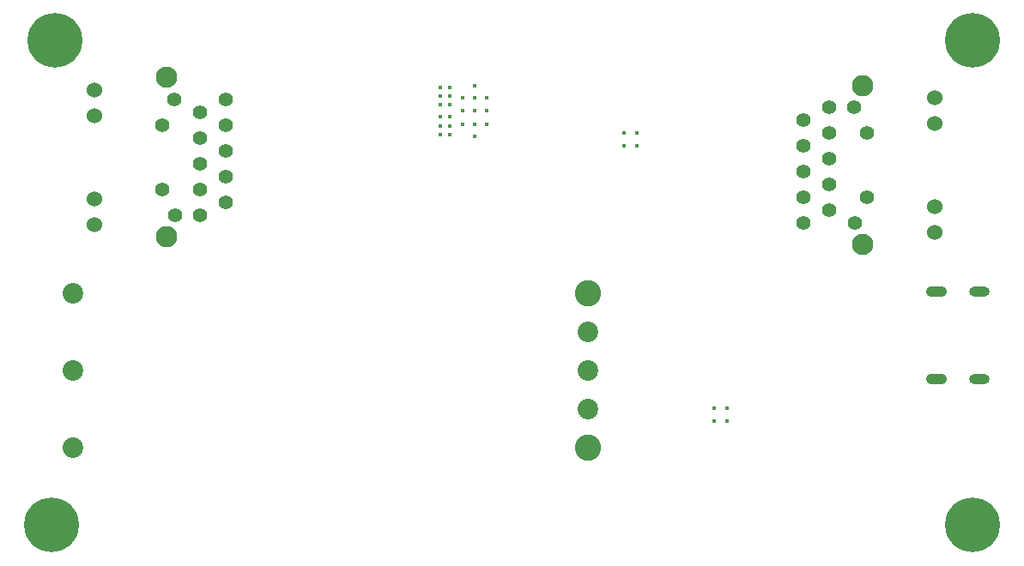
<source format=gbr>
%TF.GenerationSoftware,KiCad,Pcbnew,7.0.11+dfsg-1build4*%
%TF.CreationDate,2024-07-15T15:28:05+02:00*%
%TF.ProjectId,antmicro-poe-to-usbc-pd-adapter,616e746d-6963-4726-9f2d-706f652d746f,rev?*%
%TF.SameCoordinates,Original*%
%TF.FileFunction,Copper,L2,Bot*%
%TF.FilePolarity,Positive*%
%FSLAX46Y46*%
G04 Gerber Fmt 4.6, Leading zero omitted, Abs format (unit mm)*
G04 Created by KiCad (PCBNEW 7.0.11+dfsg-1build4) date 2024-07-15 15:28:05 commit  463866a *
%MOMM*%
%LPD*%
G01*
G04 APERTURE LIST*
%TA.AperFunction,ComponentPad*%
%ADD10C,1.397000*%
%TD*%
%TA.AperFunction,ComponentPad*%
%ADD11C,1.524000*%
%TD*%
%TA.AperFunction,ComponentPad*%
%ADD12C,2.100000*%
%TD*%
%TA.AperFunction,ComponentPad*%
%ADD13C,2.108200*%
%TD*%
%TA.AperFunction,ComponentPad*%
%ADD14C,5.400000*%
%TD*%
%TA.AperFunction,ComponentPad*%
%ADD15C,2.030000*%
%TD*%
%TA.AperFunction,ComponentPad*%
%ADD16C,2.590000*%
%TD*%
%TA.AperFunction,ComponentPad*%
%ADD17C,0.450000*%
%TD*%
%TA.AperFunction,ComponentPad*%
%ADD18C,0.400000*%
%TD*%
%TA.AperFunction,ComponentPad*%
%ADD19O,2.100000X1.050000*%
%TD*%
%TA.AperFunction,ComponentPad*%
%ADD20O,2.000000X1.000000*%
%TD*%
G04 APERTURE END LIST*
D10*
%TO.P,J1,1,P1*%
%TO.N,/P1*%
X77210000Y-52001000D03*
%TO.P,J1,2,P2*%
%TO.N,/P2*%
X74671000Y-53270000D03*
%TO.P,J1,3,P3*%
%TO.N,/P3*%
X77210000Y-54540000D03*
%TO.P,J1,4,P4*%
%TO.N,/P4*%
X74671000Y-55810000D03*
%TO.P,J1,5,P5*%
%TO.N,/P5*%
X77210000Y-57079000D03*
%TO.P,J1,6,P6*%
%TO.N,/P6*%
X74671000Y-58350000D03*
%TO.P,J1,7,P7*%
%TO.N,/P7*%
X77210000Y-59619000D03*
%TO.P,J1,8,P8*%
%TO.N,/P8*%
X74671000Y-60891000D03*
%TO.P,J1,9,P9*%
%TO.N,/P9*%
X77210000Y-62160000D03*
%TO.P,J1,10,P10*%
%TO.N,/P10*%
X74671000Y-63430000D03*
%TO.P,J1,11,VC1*%
%TO.N,/POE.VC1*%
X72132000Y-52001000D03*
%TO.P,J1,12,VC2*%
%TO.N,/POE.VC2*%
X70871000Y-54540000D03*
%TO.P,J1,13,VC3*%
%TO.N,/POE.VC3*%
X70871000Y-60891000D03*
%TO.P,J1,14,VC4*%
%TO.N,/POE.VC4*%
X72140000Y-63430000D03*
D11*
%TO.P,J1,15,LED_GRN+*%
%TO.N,unconnected-(J1-LED_GRN+-Pad15)*%
X64252000Y-51074000D03*
%TO.P,J1,16,LED_GRN-*%
%TO.N,unconnected-(J1-LED_GRN--Pad16)*%
X64252000Y-53615000D03*
%TO.P,J1,17,LED_YEL+*%
%TO.N,unconnected-(J1-LED_YEL+-Pad17)*%
X64252000Y-61815000D03*
%TO.P,J1,18,LED_YEL-*%
%TO.N,unconnected-(J1-LED_YEL--Pad18)*%
X64252000Y-64356000D03*
D12*
%TO.P,J1,19,SHIELD*%
%TO.N,Net-(J1-SHIELD-Pad19)*%
X71360000Y-49865000D03*
D13*
%TO.P,J1,20,SHIELD*%
X71360000Y-65564000D03*
%TD*%
D14*
%TO.P,REF\u002A\u002A,1*%
%TO.N,N/C*%
X150840000Y-46200000D03*
%TD*%
%TO.P,REF\u002A\u002A,1*%
%TO.N,N/C*%
X60010000Y-94060000D03*
%TD*%
D15*
%TO.P,U4,1,VIN+*%
%TO.N,/VDD*%
X62130000Y-71180000D03*
%TO.P,U4,2,!ON*%
%TO.N,Net-(Q1-D)*%
X62130000Y-78800000D03*
%TO.P,U4,3,VIN-*%
%TO.N,GNDD*%
X62130000Y-86420000D03*
D16*
%TO.P,U4,4,VOUT-*%
%TO.N,GND*%
X112930000Y-86420000D03*
D15*
%TO.P,U4,5,SENSE-*%
X112930000Y-82610000D03*
%TO.P,U4,6,TRIM*%
%TO.N,Net-(U4-TRIM)*%
X112930000Y-78800000D03*
%TO.P,U4,7,SENSE+*%
%TO.N,+28V*%
X112930000Y-74990000D03*
D16*
%TO.P,U4,8,VOUT+*%
X112930000Y-71180000D03*
%TD*%
D14*
%TO.P,REF\u002A\u002A,1*%
%TO.N,N/C*%
X150840000Y-94050000D03*
%TD*%
D17*
%TO.P,U6,57,DRAIN2*%
%TO.N,/DRAIN2*%
X98339000Y-50823000D03*
X98339000Y-51700000D03*
X98339000Y-52574000D03*
X99289000Y-50823000D03*
X99289000Y-51700000D03*
X99289000Y-52573000D03*
%TO.P,U6,58,DRAIN1*%
%TO.N,/DRAIN1*%
X98339000Y-53748000D03*
X98339000Y-54625000D03*
X98339000Y-55500000D03*
X99289000Y-53748000D03*
X99289000Y-54625000D03*
X99289000Y-55499000D03*
%TO.P,U6,59,GND_EP*%
%TO.N,GND*%
X100538000Y-54472000D03*
X100540000Y-51829000D03*
X100540000Y-53150000D03*
X101738000Y-50646000D03*
X101738000Y-51823000D03*
X101738000Y-54472000D03*
X101738000Y-55646000D03*
X101740000Y-53150000D03*
X102938000Y-51823000D03*
X102938000Y-53149000D03*
X102938000Y-54472000D03*
%TD*%
D14*
%TO.P,REF\u002A\u002A,1*%
%TO.N,N/C*%
X60285000Y-46210000D03*
%TD*%
D18*
%TO.P,U2,9,GND*%
%TO.N,GND*%
X126625000Y-82490000D03*
X125355000Y-82490000D03*
X126625000Y-83790000D03*
X125355000Y-83790000D03*
%TD*%
D19*
%TO.P,J3,SH,SH*%
%TO.N,Net-(FB1-Pad1)*%
X147309000Y-79661000D03*
D20*
X151490000Y-79661000D03*
D19*
X147309000Y-71020000D03*
D20*
X151490000Y-71020000D03*
%TD*%
D10*
%TO.P,J2,1,P1*%
%TO.N,/P1*%
X134115000Y-64228000D03*
%TO.P,J2,2,P2*%
%TO.N,/P2*%
X136654000Y-62959000D03*
%TO.P,J2,3,P3*%
%TO.N,/P3*%
X134115000Y-61689000D03*
%TO.P,J2,4,P4*%
%TO.N,/P4*%
X136654000Y-60419000D03*
%TO.P,J2,5,P5*%
%TO.N,/P5*%
X134115000Y-59150000D03*
%TO.P,J2,6,P6*%
%TO.N,/P6*%
X136654000Y-57879000D03*
%TO.P,J2,7,P7*%
%TO.N,/P7*%
X134115000Y-56610000D03*
%TO.P,J2,8,P8*%
%TO.N,/P8*%
X136654000Y-55338000D03*
%TO.P,J2,9,P9*%
%TO.N,/P9*%
X134115000Y-54069000D03*
%TO.P,J2,10,P10*%
%TO.N,/P10*%
X136654000Y-52799000D03*
%TO.P,J2,11,VC1*%
%TO.N,unconnected-(J2-VC1-Pad11)*%
X139193000Y-64228000D03*
%TO.P,J2,12,VC2*%
%TO.N,unconnected-(J2-VC2-Pad12)*%
X140454000Y-61689000D03*
%TO.P,J2,13,VC3*%
%TO.N,unconnected-(J2-VC3-Pad13)*%
X140454000Y-55338000D03*
%TO.P,J2,14,VC4*%
%TO.N,unconnected-(J2-VC4-Pad14)*%
X139185000Y-52799000D03*
D11*
%TO.P,J2,15,LED_GRN+*%
%TO.N,unconnected-(J2-LED_GRN+-Pad15)*%
X147073000Y-65155000D03*
%TO.P,J2,16,LED_GRN-*%
%TO.N,unconnected-(J2-LED_GRN--Pad16)*%
X147073000Y-62614000D03*
%TO.P,J2,17,LED_YEL+*%
%TO.N,unconnected-(J2-LED_YEL+-Pad17)*%
X147073000Y-54414000D03*
%TO.P,J2,18,LED_YEL-*%
%TO.N,unconnected-(J2-LED_YEL--Pad18)*%
X147073000Y-51873000D03*
D12*
%TO.P,J2,19,SHIELD*%
%TO.N,Net-(J2-SHIELD-Pad19)*%
X139965000Y-66364000D03*
D13*
%TO.P,J2,20,SHIELD*%
X139965000Y-50665000D03*
%TD*%
D18*
%TO.P,U7,9,GND*%
%TO.N,GND*%
X116420000Y-56610000D03*
X117690000Y-56610000D03*
X116420000Y-55310000D03*
X117690000Y-55310000D03*
%TD*%
M02*

</source>
